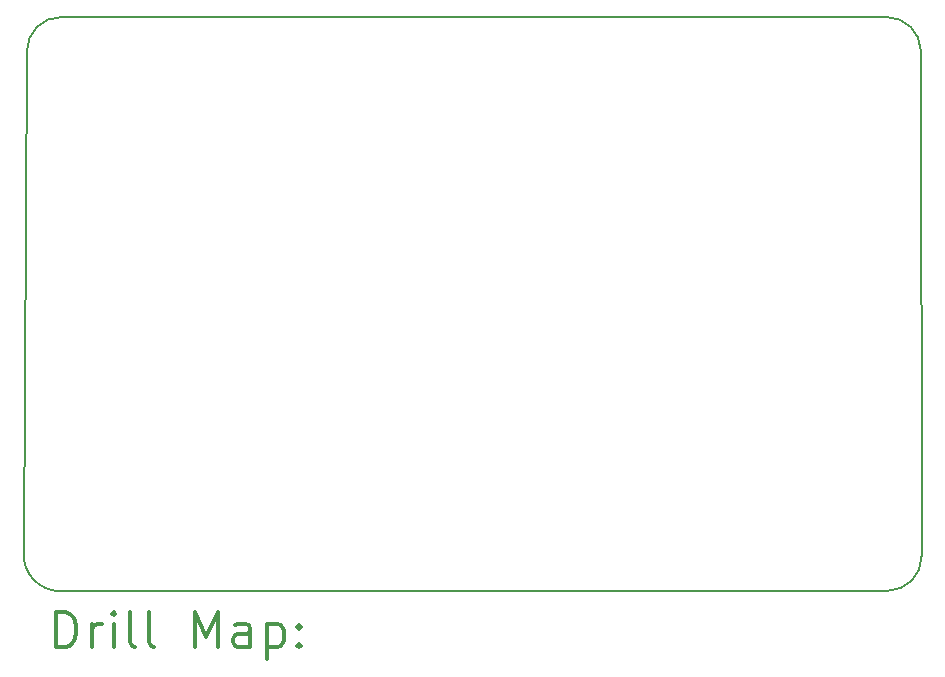
<source format=gbr>
%FSLAX45Y45*%
G04 Gerber Fmt 4.5, Leading zero omitted, Abs format (unit mm)*
G04 Created by KiCad (PCBNEW 5.1.10-88a1d61d58~88~ubuntu20.10.1) date 2021-05-21 17:46:08*
%MOMM*%
%LPD*%
G01*
G04 APERTURE LIST*
%TA.AperFunction,Profile*%
%ADD10C,0.200000*%
%TD*%
%ADD11C,0.200000*%
%ADD12C,0.300000*%
G04 APERTURE END LIST*
D10*
X19456400Y-13447984D02*
G75*
G02*
X19171800Y-13741400I-289577J-3856D01*
G01*
X19450049Y-9163048D02*
G75*
G03*
X19165687Y-8883752I-289340J-10179D01*
G01*
X12172950Y-8883650D02*
G75*
G03*
X11880849Y-9170772I-2541J-289559D01*
G01*
X12178677Y-13743856D02*
G75*
G02*
X11854687Y-13406269I-15230J309647D01*
G01*
X19165687Y-8883752D02*
X12172950Y-8883650D01*
X19456400Y-13447984D02*
X19450049Y-9163048D01*
X12178677Y-13743856D02*
X19171800Y-13741400D01*
X11880849Y-9170772D02*
X11854687Y-13406269D01*
D11*
D12*
X12129854Y-14219944D02*
X12129854Y-13919944D01*
X12201282Y-13919944D01*
X12244139Y-13934230D01*
X12272711Y-13962802D01*
X12286997Y-13991373D01*
X12301282Y-14048516D01*
X12301282Y-14091373D01*
X12286997Y-14148516D01*
X12272711Y-14177087D01*
X12244139Y-14205659D01*
X12201282Y-14219944D01*
X12129854Y-14219944D01*
X12429854Y-14219944D02*
X12429854Y-14019944D01*
X12429854Y-14077087D02*
X12444139Y-14048516D01*
X12458425Y-14034230D01*
X12486997Y-14019944D01*
X12515568Y-14019944D01*
X12615568Y-14219944D02*
X12615568Y-14019944D01*
X12615568Y-13919944D02*
X12601282Y-13934230D01*
X12615568Y-13948516D01*
X12629854Y-13934230D01*
X12615568Y-13919944D01*
X12615568Y-13948516D01*
X12801282Y-14219944D02*
X12772711Y-14205659D01*
X12758425Y-14177087D01*
X12758425Y-13919944D01*
X12958425Y-14219944D02*
X12929854Y-14205659D01*
X12915568Y-14177087D01*
X12915568Y-13919944D01*
X13301282Y-14219944D02*
X13301282Y-13919944D01*
X13401282Y-14134230D01*
X13501282Y-13919944D01*
X13501282Y-14219944D01*
X13772711Y-14219944D02*
X13772711Y-14062802D01*
X13758425Y-14034230D01*
X13729854Y-14019944D01*
X13672711Y-14019944D01*
X13644139Y-14034230D01*
X13772711Y-14205659D02*
X13744139Y-14219944D01*
X13672711Y-14219944D01*
X13644139Y-14205659D01*
X13629854Y-14177087D01*
X13629854Y-14148516D01*
X13644139Y-14119944D01*
X13672711Y-14105659D01*
X13744139Y-14105659D01*
X13772711Y-14091373D01*
X13915568Y-14019944D02*
X13915568Y-14319944D01*
X13915568Y-14034230D02*
X13944139Y-14019944D01*
X14001282Y-14019944D01*
X14029854Y-14034230D01*
X14044139Y-14048516D01*
X14058425Y-14077087D01*
X14058425Y-14162802D01*
X14044139Y-14191373D01*
X14029854Y-14205659D01*
X14001282Y-14219944D01*
X13944139Y-14219944D01*
X13915568Y-14205659D01*
X14186997Y-14191373D02*
X14201282Y-14205659D01*
X14186997Y-14219944D01*
X14172711Y-14205659D01*
X14186997Y-14191373D01*
X14186997Y-14219944D01*
X14186997Y-14034230D02*
X14201282Y-14048516D01*
X14186997Y-14062802D01*
X14172711Y-14048516D01*
X14186997Y-14034230D01*
X14186997Y-14062802D01*
M02*

</source>
